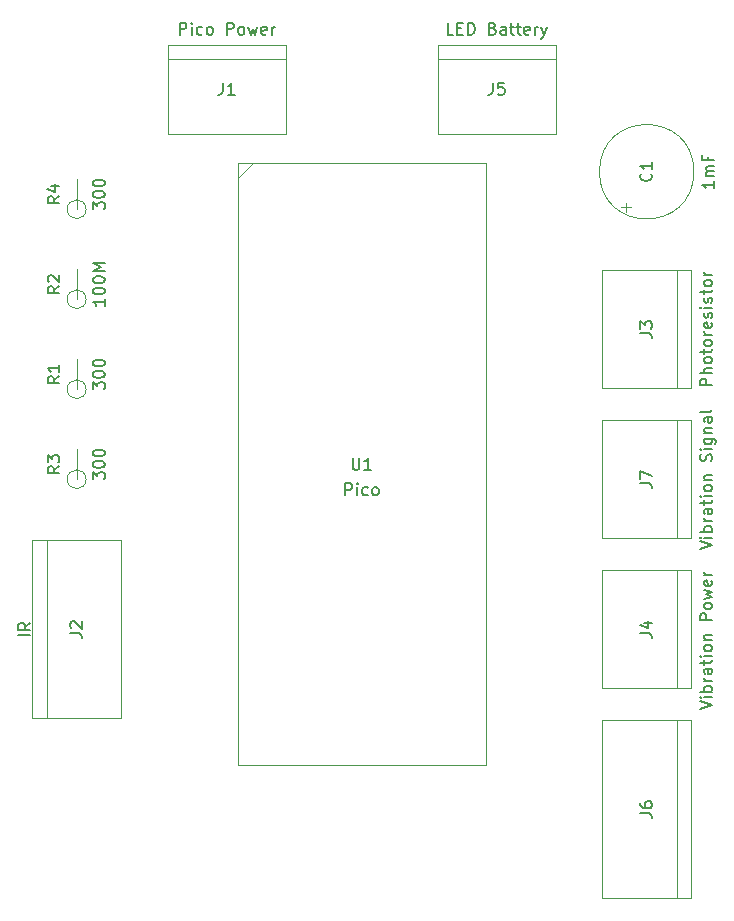
<source format=gbr>
%TF.GenerationSoftware,KiCad,Pcbnew,7.0.6-0*%
%TF.CreationDate,2023-12-23T18:42:55-05:00*%
%TF.ProjectId,Cornhole Wiring,436f726e-686f-46c6-9520-576972696e67,rev?*%
%TF.SameCoordinates,Original*%
%TF.FileFunction,AssemblyDrawing,Top*%
%FSLAX46Y46*%
G04 Gerber Fmt 4.6, Leading zero omitted, Abs format (unit mm)*
G04 Created by KiCad (PCBNEW 7.0.6-0) date 2023-12-23 18:42:55*
%MOMM*%
%LPD*%
G01*
G04 APERTURE LIST*
%ADD10C,0.150000*%
%ADD11C,0.100000*%
%ADD12C,0.120000*%
G04 APERTURE END LIST*
D10*
X113754819Y-114633333D02*
X114469104Y-114633333D01*
X114469104Y-114633333D02*
X114611961Y-114680952D01*
X114611961Y-114680952D02*
X114707200Y-114776190D01*
X114707200Y-114776190D02*
X114754819Y-114919047D01*
X114754819Y-114919047D02*
X114754819Y-115014285D01*
X113754819Y-113728571D02*
X113754819Y-113919047D01*
X113754819Y-113919047D02*
X113802438Y-114014285D01*
X113802438Y-114014285D02*
X113850057Y-114061904D01*
X113850057Y-114061904D02*
X113992914Y-114157142D01*
X113992914Y-114157142D02*
X114183390Y-114204761D01*
X114183390Y-114204761D02*
X114564342Y-114204761D01*
X114564342Y-114204761D02*
X114659580Y-114157142D01*
X114659580Y-114157142D02*
X114707200Y-114109523D01*
X114707200Y-114109523D02*
X114754819Y-114014285D01*
X114754819Y-114014285D02*
X114754819Y-113823809D01*
X114754819Y-113823809D02*
X114707200Y-113728571D01*
X114707200Y-113728571D02*
X114659580Y-113680952D01*
X114659580Y-113680952D02*
X114564342Y-113633333D01*
X114564342Y-113633333D02*
X114326247Y-113633333D01*
X114326247Y-113633333D02*
X114231009Y-113680952D01*
X114231009Y-113680952D02*
X114183390Y-113728571D01*
X114183390Y-113728571D02*
X114135771Y-113823809D01*
X114135771Y-113823809D02*
X114135771Y-114014285D01*
X114135771Y-114014285D02*
X114183390Y-114109523D01*
X114183390Y-114109523D02*
X114231009Y-114157142D01*
X114231009Y-114157142D02*
X114326247Y-114204761D01*
X74763809Y-48714819D02*
X74763809Y-47714819D01*
X74763809Y-47714819D02*
X75144761Y-47714819D01*
X75144761Y-47714819D02*
X75239999Y-47762438D01*
X75239999Y-47762438D02*
X75287618Y-47810057D01*
X75287618Y-47810057D02*
X75335237Y-47905295D01*
X75335237Y-47905295D02*
X75335237Y-48048152D01*
X75335237Y-48048152D02*
X75287618Y-48143390D01*
X75287618Y-48143390D02*
X75239999Y-48191009D01*
X75239999Y-48191009D02*
X75144761Y-48238628D01*
X75144761Y-48238628D02*
X74763809Y-48238628D01*
X75763809Y-48714819D02*
X75763809Y-48048152D01*
X75763809Y-47714819D02*
X75716190Y-47762438D01*
X75716190Y-47762438D02*
X75763809Y-47810057D01*
X75763809Y-47810057D02*
X75811428Y-47762438D01*
X75811428Y-47762438D02*
X75763809Y-47714819D01*
X75763809Y-47714819D02*
X75763809Y-47810057D01*
X76668570Y-48667200D02*
X76573332Y-48714819D01*
X76573332Y-48714819D02*
X76382856Y-48714819D01*
X76382856Y-48714819D02*
X76287618Y-48667200D01*
X76287618Y-48667200D02*
X76239999Y-48619580D01*
X76239999Y-48619580D02*
X76192380Y-48524342D01*
X76192380Y-48524342D02*
X76192380Y-48238628D01*
X76192380Y-48238628D02*
X76239999Y-48143390D01*
X76239999Y-48143390D02*
X76287618Y-48095771D01*
X76287618Y-48095771D02*
X76382856Y-48048152D01*
X76382856Y-48048152D02*
X76573332Y-48048152D01*
X76573332Y-48048152D02*
X76668570Y-48095771D01*
X77239999Y-48714819D02*
X77144761Y-48667200D01*
X77144761Y-48667200D02*
X77097142Y-48619580D01*
X77097142Y-48619580D02*
X77049523Y-48524342D01*
X77049523Y-48524342D02*
X77049523Y-48238628D01*
X77049523Y-48238628D02*
X77097142Y-48143390D01*
X77097142Y-48143390D02*
X77144761Y-48095771D01*
X77144761Y-48095771D02*
X77239999Y-48048152D01*
X77239999Y-48048152D02*
X77382856Y-48048152D01*
X77382856Y-48048152D02*
X77478094Y-48095771D01*
X77478094Y-48095771D02*
X77525713Y-48143390D01*
X77525713Y-48143390D02*
X77573332Y-48238628D01*
X77573332Y-48238628D02*
X77573332Y-48524342D01*
X77573332Y-48524342D02*
X77525713Y-48619580D01*
X77525713Y-48619580D02*
X77478094Y-48667200D01*
X77478094Y-48667200D02*
X77382856Y-48714819D01*
X77382856Y-48714819D02*
X77239999Y-48714819D01*
X78763809Y-48714819D02*
X78763809Y-47714819D01*
X78763809Y-47714819D02*
X79144761Y-47714819D01*
X79144761Y-47714819D02*
X79239999Y-47762438D01*
X79239999Y-47762438D02*
X79287618Y-47810057D01*
X79287618Y-47810057D02*
X79335237Y-47905295D01*
X79335237Y-47905295D02*
X79335237Y-48048152D01*
X79335237Y-48048152D02*
X79287618Y-48143390D01*
X79287618Y-48143390D02*
X79239999Y-48191009D01*
X79239999Y-48191009D02*
X79144761Y-48238628D01*
X79144761Y-48238628D02*
X78763809Y-48238628D01*
X79906666Y-48714819D02*
X79811428Y-48667200D01*
X79811428Y-48667200D02*
X79763809Y-48619580D01*
X79763809Y-48619580D02*
X79716190Y-48524342D01*
X79716190Y-48524342D02*
X79716190Y-48238628D01*
X79716190Y-48238628D02*
X79763809Y-48143390D01*
X79763809Y-48143390D02*
X79811428Y-48095771D01*
X79811428Y-48095771D02*
X79906666Y-48048152D01*
X79906666Y-48048152D02*
X80049523Y-48048152D01*
X80049523Y-48048152D02*
X80144761Y-48095771D01*
X80144761Y-48095771D02*
X80192380Y-48143390D01*
X80192380Y-48143390D02*
X80239999Y-48238628D01*
X80239999Y-48238628D02*
X80239999Y-48524342D01*
X80239999Y-48524342D02*
X80192380Y-48619580D01*
X80192380Y-48619580D02*
X80144761Y-48667200D01*
X80144761Y-48667200D02*
X80049523Y-48714819D01*
X80049523Y-48714819D02*
X79906666Y-48714819D01*
X80573333Y-48048152D02*
X80763809Y-48714819D01*
X80763809Y-48714819D02*
X80954285Y-48238628D01*
X80954285Y-48238628D02*
X81144761Y-48714819D01*
X81144761Y-48714819D02*
X81335237Y-48048152D01*
X82097142Y-48667200D02*
X82001904Y-48714819D01*
X82001904Y-48714819D02*
X81811428Y-48714819D01*
X81811428Y-48714819D02*
X81716190Y-48667200D01*
X81716190Y-48667200D02*
X81668571Y-48571961D01*
X81668571Y-48571961D02*
X81668571Y-48191009D01*
X81668571Y-48191009D02*
X81716190Y-48095771D01*
X81716190Y-48095771D02*
X81811428Y-48048152D01*
X81811428Y-48048152D02*
X82001904Y-48048152D01*
X82001904Y-48048152D02*
X82097142Y-48095771D01*
X82097142Y-48095771D02*
X82144761Y-48191009D01*
X82144761Y-48191009D02*
X82144761Y-48286247D01*
X82144761Y-48286247D02*
X81668571Y-48381485D01*
X82573333Y-48714819D02*
X82573333Y-48048152D01*
X82573333Y-48238628D02*
X82620952Y-48143390D01*
X82620952Y-48143390D02*
X82668571Y-48095771D01*
X82668571Y-48095771D02*
X82763809Y-48048152D01*
X82763809Y-48048152D02*
X82859047Y-48048152D01*
X78406666Y-52794819D02*
X78406666Y-53509104D01*
X78406666Y-53509104D02*
X78359047Y-53651961D01*
X78359047Y-53651961D02*
X78263809Y-53747200D01*
X78263809Y-53747200D02*
X78120952Y-53794819D01*
X78120952Y-53794819D02*
X78025714Y-53794819D01*
X79406666Y-53794819D02*
X78835238Y-53794819D01*
X79120952Y-53794819D02*
X79120952Y-52794819D01*
X79120952Y-52794819D02*
X79025714Y-52937676D01*
X79025714Y-52937676D02*
X78930476Y-53032914D01*
X78930476Y-53032914D02*
X78835238Y-53080533D01*
X88789048Y-87703819D02*
X88789048Y-86703819D01*
X88789048Y-86703819D02*
X89170000Y-86703819D01*
X89170000Y-86703819D02*
X89265238Y-86751438D01*
X89265238Y-86751438D02*
X89312857Y-86799057D01*
X89312857Y-86799057D02*
X89360476Y-86894295D01*
X89360476Y-86894295D02*
X89360476Y-87037152D01*
X89360476Y-87037152D02*
X89312857Y-87132390D01*
X89312857Y-87132390D02*
X89265238Y-87180009D01*
X89265238Y-87180009D02*
X89170000Y-87227628D01*
X89170000Y-87227628D02*
X88789048Y-87227628D01*
X89789048Y-87703819D02*
X89789048Y-87037152D01*
X89789048Y-86703819D02*
X89741429Y-86751438D01*
X89741429Y-86751438D02*
X89789048Y-86799057D01*
X89789048Y-86799057D02*
X89836667Y-86751438D01*
X89836667Y-86751438D02*
X89789048Y-86703819D01*
X89789048Y-86703819D02*
X89789048Y-86799057D01*
X90693809Y-87656200D02*
X90598571Y-87703819D01*
X90598571Y-87703819D02*
X90408095Y-87703819D01*
X90408095Y-87703819D02*
X90312857Y-87656200D01*
X90312857Y-87656200D02*
X90265238Y-87608580D01*
X90265238Y-87608580D02*
X90217619Y-87513342D01*
X90217619Y-87513342D02*
X90217619Y-87227628D01*
X90217619Y-87227628D02*
X90265238Y-87132390D01*
X90265238Y-87132390D02*
X90312857Y-87084771D01*
X90312857Y-87084771D02*
X90408095Y-87037152D01*
X90408095Y-87037152D02*
X90598571Y-87037152D01*
X90598571Y-87037152D02*
X90693809Y-87084771D01*
X91265238Y-87703819D02*
X91170000Y-87656200D01*
X91170000Y-87656200D02*
X91122381Y-87608580D01*
X91122381Y-87608580D02*
X91074762Y-87513342D01*
X91074762Y-87513342D02*
X91074762Y-87227628D01*
X91074762Y-87227628D02*
X91122381Y-87132390D01*
X91122381Y-87132390D02*
X91170000Y-87084771D01*
X91170000Y-87084771D02*
X91265238Y-87037152D01*
X91265238Y-87037152D02*
X91408095Y-87037152D01*
X91408095Y-87037152D02*
X91503333Y-87084771D01*
X91503333Y-87084771D02*
X91550952Y-87132390D01*
X91550952Y-87132390D02*
X91598571Y-87227628D01*
X91598571Y-87227628D02*
X91598571Y-87513342D01*
X91598571Y-87513342D02*
X91550952Y-87608580D01*
X91550952Y-87608580D02*
X91503333Y-87656200D01*
X91503333Y-87656200D02*
X91408095Y-87703819D01*
X91408095Y-87703819D02*
X91265238Y-87703819D01*
X89408095Y-84544819D02*
X89408095Y-85354342D01*
X89408095Y-85354342D02*
X89455714Y-85449580D01*
X89455714Y-85449580D02*
X89503333Y-85497200D01*
X89503333Y-85497200D02*
X89598571Y-85544819D01*
X89598571Y-85544819D02*
X89789047Y-85544819D01*
X89789047Y-85544819D02*
X89884285Y-85497200D01*
X89884285Y-85497200D02*
X89931904Y-85449580D01*
X89931904Y-85449580D02*
X89979523Y-85354342D01*
X89979523Y-85354342D02*
X89979523Y-84544819D01*
X90979523Y-85544819D02*
X90408095Y-85544819D01*
X90693809Y-85544819D02*
X90693809Y-84544819D01*
X90693809Y-84544819D02*
X90598571Y-84687676D01*
X90598571Y-84687676D02*
X90503333Y-84782914D01*
X90503333Y-84782914D02*
X90408095Y-84830533D01*
X67414819Y-63515713D02*
X67414819Y-62896666D01*
X67414819Y-62896666D02*
X67795771Y-63229999D01*
X67795771Y-63229999D02*
X67795771Y-63087142D01*
X67795771Y-63087142D02*
X67843390Y-62991904D01*
X67843390Y-62991904D02*
X67891009Y-62944285D01*
X67891009Y-62944285D02*
X67986247Y-62896666D01*
X67986247Y-62896666D02*
X68224342Y-62896666D01*
X68224342Y-62896666D02*
X68319580Y-62944285D01*
X68319580Y-62944285D02*
X68367200Y-62991904D01*
X68367200Y-62991904D02*
X68414819Y-63087142D01*
X68414819Y-63087142D02*
X68414819Y-63372856D01*
X68414819Y-63372856D02*
X68367200Y-63468094D01*
X68367200Y-63468094D02*
X68319580Y-63515713D01*
X67414819Y-62277618D02*
X67414819Y-62182380D01*
X67414819Y-62182380D02*
X67462438Y-62087142D01*
X67462438Y-62087142D02*
X67510057Y-62039523D01*
X67510057Y-62039523D02*
X67605295Y-61991904D01*
X67605295Y-61991904D02*
X67795771Y-61944285D01*
X67795771Y-61944285D02*
X68033866Y-61944285D01*
X68033866Y-61944285D02*
X68224342Y-61991904D01*
X68224342Y-61991904D02*
X68319580Y-62039523D01*
X68319580Y-62039523D02*
X68367200Y-62087142D01*
X68367200Y-62087142D02*
X68414819Y-62182380D01*
X68414819Y-62182380D02*
X68414819Y-62277618D01*
X68414819Y-62277618D02*
X68367200Y-62372856D01*
X68367200Y-62372856D02*
X68319580Y-62420475D01*
X68319580Y-62420475D02*
X68224342Y-62468094D01*
X68224342Y-62468094D02*
X68033866Y-62515713D01*
X68033866Y-62515713D02*
X67795771Y-62515713D01*
X67795771Y-62515713D02*
X67605295Y-62468094D01*
X67605295Y-62468094D02*
X67510057Y-62420475D01*
X67510057Y-62420475D02*
X67462438Y-62372856D01*
X67462438Y-62372856D02*
X67414819Y-62277618D01*
X67414819Y-61325237D02*
X67414819Y-61229999D01*
X67414819Y-61229999D02*
X67462438Y-61134761D01*
X67462438Y-61134761D02*
X67510057Y-61087142D01*
X67510057Y-61087142D02*
X67605295Y-61039523D01*
X67605295Y-61039523D02*
X67795771Y-60991904D01*
X67795771Y-60991904D02*
X68033866Y-60991904D01*
X68033866Y-60991904D02*
X68224342Y-61039523D01*
X68224342Y-61039523D02*
X68319580Y-61087142D01*
X68319580Y-61087142D02*
X68367200Y-61134761D01*
X68367200Y-61134761D02*
X68414819Y-61229999D01*
X68414819Y-61229999D02*
X68414819Y-61325237D01*
X68414819Y-61325237D02*
X68367200Y-61420475D01*
X68367200Y-61420475D02*
X68319580Y-61468094D01*
X68319580Y-61468094D02*
X68224342Y-61515713D01*
X68224342Y-61515713D02*
X68033866Y-61563332D01*
X68033866Y-61563332D02*
X67795771Y-61563332D01*
X67795771Y-61563332D02*
X67605295Y-61515713D01*
X67605295Y-61515713D02*
X67510057Y-61468094D01*
X67510057Y-61468094D02*
X67462438Y-61420475D01*
X67462438Y-61420475D02*
X67414819Y-61325237D01*
X64574819Y-62396666D02*
X64098628Y-62729999D01*
X64574819Y-62968094D02*
X63574819Y-62968094D01*
X63574819Y-62968094D02*
X63574819Y-62587142D01*
X63574819Y-62587142D02*
X63622438Y-62491904D01*
X63622438Y-62491904D02*
X63670057Y-62444285D01*
X63670057Y-62444285D02*
X63765295Y-62396666D01*
X63765295Y-62396666D02*
X63908152Y-62396666D01*
X63908152Y-62396666D02*
X64003390Y-62444285D01*
X64003390Y-62444285D02*
X64051009Y-62491904D01*
X64051009Y-62491904D02*
X64098628Y-62587142D01*
X64098628Y-62587142D02*
X64098628Y-62968094D01*
X63908152Y-61539523D02*
X64574819Y-61539523D01*
X63527200Y-61777618D02*
X64241485Y-62015713D01*
X64241485Y-62015713D02*
X64241485Y-61396666D01*
X67414819Y-86375713D02*
X67414819Y-85756666D01*
X67414819Y-85756666D02*
X67795771Y-86089999D01*
X67795771Y-86089999D02*
X67795771Y-85947142D01*
X67795771Y-85947142D02*
X67843390Y-85851904D01*
X67843390Y-85851904D02*
X67891009Y-85804285D01*
X67891009Y-85804285D02*
X67986247Y-85756666D01*
X67986247Y-85756666D02*
X68224342Y-85756666D01*
X68224342Y-85756666D02*
X68319580Y-85804285D01*
X68319580Y-85804285D02*
X68367200Y-85851904D01*
X68367200Y-85851904D02*
X68414819Y-85947142D01*
X68414819Y-85947142D02*
X68414819Y-86232856D01*
X68414819Y-86232856D02*
X68367200Y-86328094D01*
X68367200Y-86328094D02*
X68319580Y-86375713D01*
X67414819Y-85137618D02*
X67414819Y-85042380D01*
X67414819Y-85042380D02*
X67462438Y-84947142D01*
X67462438Y-84947142D02*
X67510057Y-84899523D01*
X67510057Y-84899523D02*
X67605295Y-84851904D01*
X67605295Y-84851904D02*
X67795771Y-84804285D01*
X67795771Y-84804285D02*
X68033866Y-84804285D01*
X68033866Y-84804285D02*
X68224342Y-84851904D01*
X68224342Y-84851904D02*
X68319580Y-84899523D01*
X68319580Y-84899523D02*
X68367200Y-84947142D01*
X68367200Y-84947142D02*
X68414819Y-85042380D01*
X68414819Y-85042380D02*
X68414819Y-85137618D01*
X68414819Y-85137618D02*
X68367200Y-85232856D01*
X68367200Y-85232856D02*
X68319580Y-85280475D01*
X68319580Y-85280475D02*
X68224342Y-85328094D01*
X68224342Y-85328094D02*
X68033866Y-85375713D01*
X68033866Y-85375713D02*
X67795771Y-85375713D01*
X67795771Y-85375713D02*
X67605295Y-85328094D01*
X67605295Y-85328094D02*
X67510057Y-85280475D01*
X67510057Y-85280475D02*
X67462438Y-85232856D01*
X67462438Y-85232856D02*
X67414819Y-85137618D01*
X67414819Y-84185237D02*
X67414819Y-84089999D01*
X67414819Y-84089999D02*
X67462438Y-83994761D01*
X67462438Y-83994761D02*
X67510057Y-83947142D01*
X67510057Y-83947142D02*
X67605295Y-83899523D01*
X67605295Y-83899523D02*
X67795771Y-83851904D01*
X67795771Y-83851904D02*
X68033866Y-83851904D01*
X68033866Y-83851904D02*
X68224342Y-83899523D01*
X68224342Y-83899523D02*
X68319580Y-83947142D01*
X68319580Y-83947142D02*
X68367200Y-83994761D01*
X68367200Y-83994761D02*
X68414819Y-84089999D01*
X68414819Y-84089999D02*
X68414819Y-84185237D01*
X68414819Y-84185237D02*
X68367200Y-84280475D01*
X68367200Y-84280475D02*
X68319580Y-84328094D01*
X68319580Y-84328094D02*
X68224342Y-84375713D01*
X68224342Y-84375713D02*
X68033866Y-84423332D01*
X68033866Y-84423332D02*
X67795771Y-84423332D01*
X67795771Y-84423332D02*
X67605295Y-84375713D01*
X67605295Y-84375713D02*
X67510057Y-84328094D01*
X67510057Y-84328094D02*
X67462438Y-84280475D01*
X67462438Y-84280475D02*
X67414819Y-84185237D01*
X64574819Y-85256666D02*
X64098628Y-85589999D01*
X64574819Y-85828094D02*
X63574819Y-85828094D01*
X63574819Y-85828094D02*
X63574819Y-85447142D01*
X63574819Y-85447142D02*
X63622438Y-85351904D01*
X63622438Y-85351904D02*
X63670057Y-85304285D01*
X63670057Y-85304285D02*
X63765295Y-85256666D01*
X63765295Y-85256666D02*
X63908152Y-85256666D01*
X63908152Y-85256666D02*
X64003390Y-85304285D01*
X64003390Y-85304285D02*
X64051009Y-85351904D01*
X64051009Y-85351904D02*
X64098628Y-85447142D01*
X64098628Y-85447142D02*
X64098628Y-85828094D01*
X63574819Y-84923332D02*
X63574819Y-84304285D01*
X63574819Y-84304285D02*
X63955771Y-84637618D01*
X63955771Y-84637618D02*
X63955771Y-84494761D01*
X63955771Y-84494761D02*
X64003390Y-84399523D01*
X64003390Y-84399523D02*
X64051009Y-84351904D01*
X64051009Y-84351904D02*
X64146247Y-84304285D01*
X64146247Y-84304285D02*
X64384342Y-84304285D01*
X64384342Y-84304285D02*
X64479580Y-84351904D01*
X64479580Y-84351904D02*
X64527200Y-84399523D01*
X64527200Y-84399523D02*
X64574819Y-84494761D01*
X64574819Y-84494761D02*
X64574819Y-84780475D01*
X64574819Y-84780475D02*
X64527200Y-84875713D01*
X64527200Y-84875713D02*
X64479580Y-84923332D01*
X68414819Y-71088095D02*
X68414819Y-71659523D01*
X68414819Y-71373809D02*
X67414819Y-71373809D01*
X67414819Y-71373809D02*
X67557676Y-71469047D01*
X67557676Y-71469047D02*
X67652914Y-71564285D01*
X67652914Y-71564285D02*
X67700533Y-71659523D01*
X67414819Y-70469047D02*
X67414819Y-70373809D01*
X67414819Y-70373809D02*
X67462438Y-70278571D01*
X67462438Y-70278571D02*
X67510057Y-70230952D01*
X67510057Y-70230952D02*
X67605295Y-70183333D01*
X67605295Y-70183333D02*
X67795771Y-70135714D01*
X67795771Y-70135714D02*
X68033866Y-70135714D01*
X68033866Y-70135714D02*
X68224342Y-70183333D01*
X68224342Y-70183333D02*
X68319580Y-70230952D01*
X68319580Y-70230952D02*
X68367200Y-70278571D01*
X68367200Y-70278571D02*
X68414819Y-70373809D01*
X68414819Y-70373809D02*
X68414819Y-70469047D01*
X68414819Y-70469047D02*
X68367200Y-70564285D01*
X68367200Y-70564285D02*
X68319580Y-70611904D01*
X68319580Y-70611904D02*
X68224342Y-70659523D01*
X68224342Y-70659523D02*
X68033866Y-70707142D01*
X68033866Y-70707142D02*
X67795771Y-70707142D01*
X67795771Y-70707142D02*
X67605295Y-70659523D01*
X67605295Y-70659523D02*
X67510057Y-70611904D01*
X67510057Y-70611904D02*
X67462438Y-70564285D01*
X67462438Y-70564285D02*
X67414819Y-70469047D01*
X67414819Y-69516666D02*
X67414819Y-69421428D01*
X67414819Y-69421428D02*
X67462438Y-69326190D01*
X67462438Y-69326190D02*
X67510057Y-69278571D01*
X67510057Y-69278571D02*
X67605295Y-69230952D01*
X67605295Y-69230952D02*
X67795771Y-69183333D01*
X67795771Y-69183333D02*
X68033866Y-69183333D01*
X68033866Y-69183333D02*
X68224342Y-69230952D01*
X68224342Y-69230952D02*
X68319580Y-69278571D01*
X68319580Y-69278571D02*
X68367200Y-69326190D01*
X68367200Y-69326190D02*
X68414819Y-69421428D01*
X68414819Y-69421428D02*
X68414819Y-69516666D01*
X68414819Y-69516666D02*
X68367200Y-69611904D01*
X68367200Y-69611904D02*
X68319580Y-69659523D01*
X68319580Y-69659523D02*
X68224342Y-69707142D01*
X68224342Y-69707142D02*
X68033866Y-69754761D01*
X68033866Y-69754761D02*
X67795771Y-69754761D01*
X67795771Y-69754761D02*
X67605295Y-69707142D01*
X67605295Y-69707142D02*
X67510057Y-69659523D01*
X67510057Y-69659523D02*
X67462438Y-69611904D01*
X67462438Y-69611904D02*
X67414819Y-69516666D01*
X68414819Y-68754761D02*
X67414819Y-68754761D01*
X67414819Y-68754761D02*
X68129104Y-68421428D01*
X68129104Y-68421428D02*
X67414819Y-68088095D01*
X67414819Y-68088095D02*
X68414819Y-68088095D01*
X64574819Y-70016666D02*
X64098628Y-70349999D01*
X64574819Y-70588094D02*
X63574819Y-70588094D01*
X63574819Y-70588094D02*
X63574819Y-70207142D01*
X63574819Y-70207142D02*
X63622438Y-70111904D01*
X63622438Y-70111904D02*
X63670057Y-70064285D01*
X63670057Y-70064285D02*
X63765295Y-70016666D01*
X63765295Y-70016666D02*
X63908152Y-70016666D01*
X63908152Y-70016666D02*
X64003390Y-70064285D01*
X64003390Y-70064285D02*
X64051009Y-70111904D01*
X64051009Y-70111904D02*
X64098628Y-70207142D01*
X64098628Y-70207142D02*
X64098628Y-70588094D01*
X63670057Y-69635713D02*
X63622438Y-69588094D01*
X63622438Y-69588094D02*
X63574819Y-69492856D01*
X63574819Y-69492856D02*
X63574819Y-69254761D01*
X63574819Y-69254761D02*
X63622438Y-69159523D01*
X63622438Y-69159523D02*
X63670057Y-69111904D01*
X63670057Y-69111904D02*
X63765295Y-69064285D01*
X63765295Y-69064285D02*
X63860533Y-69064285D01*
X63860533Y-69064285D02*
X64003390Y-69111904D01*
X64003390Y-69111904D02*
X64574819Y-69683332D01*
X64574819Y-69683332D02*
X64574819Y-69064285D01*
X67414819Y-78755713D02*
X67414819Y-78136666D01*
X67414819Y-78136666D02*
X67795771Y-78469999D01*
X67795771Y-78469999D02*
X67795771Y-78327142D01*
X67795771Y-78327142D02*
X67843390Y-78231904D01*
X67843390Y-78231904D02*
X67891009Y-78184285D01*
X67891009Y-78184285D02*
X67986247Y-78136666D01*
X67986247Y-78136666D02*
X68224342Y-78136666D01*
X68224342Y-78136666D02*
X68319580Y-78184285D01*
X68319580Y-78184285D02*
X68367200Y-78231904D01*
X68367200Y-78231904D02*
X68414819Y-78327142D01*
X68414819Y-78327142D02*
X68414819Y-78612856D01*
X68414819Y-78612856D02*
X68367200Y-78708094D01*
X68367200Y-78708094D02*
X68319580Y-78755713D01*
X67414819Y-77517618D02*
X67414819Y-77422380D01*
X67414819Y-77422380D02*
X67462438Y-77327142D01*
X67462438Y-77327142D02*
X67510057Y-77279523D01*
X67510057Y-77279523D02*
X67605295Y-77231904D01*
X67605295Y-77231904D02*
X67795771Y-77184285D01*
X67795771Y-77184285D02*
X68033866Y-77184285D01*
X68033866Y-77184285D02*
X68224342Y-77231904D01*
X68224342Y-77231904D02*
X68319580Y-77279523D01*
X68319580Y-77279523D02*
X68367200Y-77327142D01*
X68367200Y-77327142D02*
X68414819Y-77422380D01*
X68414819Y-77422380D02*
X68414819Y-77517618D01*
X68414819Y-77517618D02*
X68367200Y-77612856D01*
X68367200Y-77612856D02*
X68319580Y-77660475D01*
X68319580Y-77660475D02*
X68224342Y-77708094D01*
X68224342Y-77708094D02*
X68033866Y-77755713D01*
X68033866Y-77755713D02*
X67795771Y-77755713D01*
X67795771Y-77755713D02*
X67605295Y-77708094D01*
X67605295Y-77708094D02*
X67510057Y-77660475D01*
X67510057Y-77660475D02*
X67462438Y-77612856D01*
X67462438Y-77612856D02*
X67414819Y-77517618D01*
X67414819Y-76565237D02*
X67414819Y-76469999D01*
X67414819Y-76469999D02*
X67462438Y-76374761D01*
X67462438Y-76374761D02*
X67510057Y-76327142D01*
X67510057Y-76327142D02*
X67605295Y-76279523D01*
X67605295Y-76279523D02*
X67795771Y-76231904D01*
X67795771Y-76231904D02*
X68033866Y-76231904D01*
X68033866Y-76231904D02*
X68224342Y-76279523D01*
X68224342Y-76279523D02*
X68319580Y-76327142D01*
X68319580Y-76327142D02*
X68367200Y-76374761D01*
X68367200Y-76374761D02*
X68414819Y-76469999D01*
X68414819Y-76469999D02*
X68414819Y-76565237D01*
X68414819Y-76565237D02*
X68367200Y-76660475D01*
X68367200Y-76660475D02*
X68319580Y-76708094D01*
X68319580Y-76708094D02*
X68224342Y-76755713D01*
X68224342Y-76755713D02*
X68033866Y-76803332D01*
X68033866Y-76803332D02*
X67795771Y-76803332D01*
X67795771Y-76803332D02*
X67605295Y-76755713D01*
X67605295Y-76755713D02*
X67510057Y-76708094D01*
X67510057Y-76708094D02*
X67462438Y-76660475D01*
X67462438Y-76660475D02*
X67414819Y-76565237D01*
X64574819Y-77636666D02*
X64098628Y-77969999D01*
X64574819Y-78208094D02*
X63574819Y-78208094D01*
X63574819Y-78208094D02*
X63574819Y-77827142D01*
X63574819Y-77827142D02*
X63622438Y-77731904D01*
X63622438Y-77731904D02*
X63670057Y-77684285D01*
X63670057Y-77684285D02*
X63765295Y-77636666D01*
X63765295Y-77636666D02*
X63908152Y-77636666D01*
X63908152Y-77636666D02*
X64003390Y-77684285D01*
X64003390Y-77684285D02*
X64051009Y-77731904D01*
X64051009Y-77731904D02*
X64098628Y-77827142D01*
X64098628Y-77827142D02*
X64098628Y-78208094D01*
X64574819Y-76684285D02*
X64574819Y-77255713D01*
X64574819Y-76969999D02*
X63574819Y-76969999D01*
X63574819Y-76969999D02*
X63717676Y-77065237D01*
X63717676Y-77065237D02*
X63812914Y-77160475D01*
X63812914Y-77160475D02*
X63860533Y-77255713D01*
X118834819Y-92288571D02*
X119834819Y-91955238D01*
X119834819Y-91955238D02*
X118834819Y-91621905D01*
X119834819Y-91288571D02*
X119168152Y-91288571D01*
X118834819Y-91288571D02*
X118882438Y-91336190D01*
X118882438Y-91336190D02*
X118930057Y-91288571D01*
X118930057Y-91288571D02*
X118882438Y-91240952D01*
X118882438Y-91240952D02*
X118834819Y-91288571D01*
X118834819Y-91288571D02*
X118930057Y-91288571D01*
X119834819Y-90812381D02*
X118834819Y-90812381D01*
X119215771Y-90812381D02*
X119168152Y-90717143D01*
X119168152Y-90717143D02*
X119168152Y-90526667D01*
X119168152Y-90526667D02*
X119215771Y-90431429D01*
X119215771Y-90431429D02*
X119263390Y-90383810D01*
X119263390Y-90383810D02*
X119358628Y-90336191D01*
X119358628Y-90336191D02*
X119644342Y-90336191D01*
X119644342Y-90336191D02*
X119739580Y-90383810D01*
X119739580Y-90383810D02*
X119787200Y-90431429D01*
X119787200Y-90431429D02*
X119834819Y-90526667D01*
X119834819Y-90526667D02*
X119834819Y-90717143D01*
X119834819Y-90717143D02*
X119787200Y-90812381D01*
X119834819Y-89907619D02*
X119168152Y-89907619D01*
X119358628Y-89907619D02*
X119263390Y-89860000D01*
X119263390Y-89860000D02*
X119215771Y-89812381D01*
X119215771Y-89812381D02*
X119168152Y-89717143D01*
X119168152Y-89717143D02*
X119168152Y-89621905D01*
X119834819Y-88860000D02*
X119311009Y-88860000D01*
X119311009Y-88860000D02*
X119215771Y-88907619D01*
X119215771Y-88907619D02*
X119168152Y-89002857D01*
X119168152Y-89002857D02*
X119168152Y-89193333D01*
X119168152Y-89193333D02*
X119215771Y-89288571D01*
X119787200Y-88860000D02*
X119834819Y-88955238D01*
X119834819Y-88955238D02*
X119834819Y-89193333D01*
X119834819Y-89193333D02*
X119787200Y-89288571D01*
X119787200Y-89288571D02*
X119691961Y-89336190D01*
X119691961Y-89336190D02*
X119596723Y-89336190D01*
X119596723Y-89336190D02*
X119501485Y-89288571D01*
X119501485Y-89288571D02*
X119453866Y-89193333D01*
X119453866Y-89193333D02*
X119453866Y-88955238D01*
X119453866Y-88955238D02*
X119406247Y-88860000D01*
X119168152Y-88526666D02*
X119168152Y-88145714D01*
X118834819Y-88383809D02*
X119691961Y-88383809D01*
X119691961Y-88383809D02*
X119787200Y-88336190D01*
X119787200Y-88336190D02*
X119834819Y-88240952D01*
X119834819Y-88240952D02*
X119834819Y-88145714D01*
X119834819Y-87812380D02*
X119168152Y-87812380D01*
X118834819Y-87812380D02*
X118882438Y-87859999D01*
X118882438Y-87859999D02*
X118930057Y-87812380D01*
X118930057Y-87812380D02*
X118882438Y-87764761D01*
X118882438Y-87764761D02*
X118834819Y-87812380D01*
X118834819Y-87812380D02*
X118930057Y-87812380D01*
X119834819Y-87193333D02*
X119787200Y-87288571D01*
X119787200Y-87288571D02*
X119739580Y-87336190D01*
X119739580Y-87336190D02*
X119644342Y-87383809D01*
X119644342Y-87383809D02*
X119358628Y-87383809D01*
X119358628Y-87383809D02*
X119263390Y-87336190D01*
X119263390Y-87336190D02*
X119215771Y-87288571D01*
X119215771Y-87288571D02*
X119168152Y-87193333D01*
X119168152Y-87193333D02*
X119168152Y-87050476D01*
X119168152Y-87050476D02*
X119215771Y-86955238D01*
X119215771Y-86955238D02*
X119263390Y-86907619D01*
X119263390Y-86907619D02*
X119358628Y-86860000D01*
X119358628Y-86860000D02*
X119644342Y-86860000D01*
X119644342Y-86860000D02*
X119739580Y-86907619D01*
X119739580Y-86907619D02*
X119787200Y-86955238D01*
X119787200Y-86955238D02*
X119834819Y-87050476D01*
X119834819Y-87050476D02*
X119834819Y-87193333D01*
X119168152Y-86431428D02*
X119834819Y-86431428D01*
X119263390Y-86431428D02*
X119215771Y-86383809D01*
X119215771Y-86383809D02*
X119168152Y-86288571D01*
X119168152Y-86288571D02*
X119168152Y-86145714D01*
X119168152Y-86145714D02*
X119215771Y-86050476D01*
X119215771Y-86050476D02*
X119311009Y-86002857D01*
X119311009Y-86002857D02*
X119834819Y-86002857D01*
X119787200Y-84812380D02*
X119834819Y-84669523D01*
X119834819Y-84669523D02*
X119834819Y-84431428D01*
X119834819Y-84431428D02*
X119787200Y-84336190D01*
X119787200Y-84336190D02*
X119739580Y-84288571D01*
X119739580Y-84288571D02*
X119644342Y-84240952D01*
X119644342Y-84240952D02*
X119549104Y-84240952D01*
X119549104Y-84240952D02*
X119453866Y-84288571D01*
X119453866Y-84288571D02*
X119406247Y-84336190D01*
X119406247Y-84336190D02*
X119358628Y-84431428D01*
X119358628Y-84431428D02*
X119311009Y-84621904D01*
X119311009Y-84621904D02*
X119263390Y-84717142D01*
X119263390Y-84717142D02*
X119215771Y-84764761D01*
X119215771Y-84764761D02*
X119120533Y-84812380D01*
X119120533Y-84812380D02*
X119025295Y-84812380D01*
X119025295Y-84812380D02*
X118930057Y-84764761D01*
X118930057Y-84764761D02*
X118882438Y-84717142D01*
X118882438Y-84717142D02*
X118834819Y-84621904D01*
X118834819Y-84621904D02*
X118834819Y-84383809D01*
X118834819Y-84383809D02*
X118882438Y-84240952D01*
X119834819Y-83812380D02*
X119168152Y-83812380D01*
X118834819Y-83812380D02*
X118882438Y-83859999D01*
X118882438Y-83859999D02*
X118930057Y-83812380D01*
X118930057Y-83812380D02*
X118882438Y-83764761D01*
X118882438Y-83764761D02*
X118834819Y-83812380D01*
X118834819Y-83812380D02*
X118930057Y-83812380D01*
X119168152Y-82907619D02*
X119977676Y-82907619D01*
X119977676Y-82907619D02*
X120072914Y-82955238D01*
X120072914Y-82955238D02*
X120120533Y-83002857D01*
X120120533Y-83002857D02*
X120168152Y-83098095D01*
X120168152Y-83098095D02*
X120168152Y-83240952D01*
X120168152Y-83240952D02*
X120120533Y-83336190D01*
X119787200Y-82907619D02*
X119834819Y-83002857D01*
X119834819Y-83002857D02*
X119834819Y-83193333D01*
X119834819Y-83193333D02*
X119787200Y-83288571D01*
X119787200Y-83288571D02*
X119739580Y-83336190D01*
X119739580Y-83336190D02*
X119644342Y-83383809D01*
X119644342Y-83383809D02*
X119358628Y-83383809D01*
X119358628Y-83383809D02*
X119263390Y-83336190D01*
X119263390Y-83336190D02*
X119215771Y-83288571D01*
X119215771Y-83288571D02*
X119168152Y-83193333D01*
X119168152Y-83193333D02*
X119168152Y-83002857D01*
X119168152Y-83002857D02*
X119215771Y-82907619D01*
X119168152Y-82431428D02*
X119834819Y-82431428D01*
X119263390Y-82431428D02*
X119215771Y-82383809D01*
X119215771Y-82383809D02*
X119168152Y-82288571D01*
X119168152Y-82288571D02*
X119168152Y-82145714D01*
X119168152Y-82145714D02*
X119215771Y-82050476D01*
X119215771Y-82050476D02*
X119311009Y-82002857D01*
X119311009Y-82002857D02*
X119834819Y-82002857D01*
X119834819Y-81098095D02*
X119311009Y-81098095D01*
X119311009Y-81098095D02*
X119215771Y-81145714D01*
X119215771Y-81145714D02*
X119168152Y-81240952D01*
X119168152Y-81240952D02*
X119168152Y-81431428D01*
X119168152Y-81431428D02*
X119215771Y-81526666D01*
X119787200Y-81098095D02*
X119834819Y-81193333D01*
X119834819Y-81193333D02*
X119834819Y-81431428D01*
X119834819Y-81431428D02*
X119787200Y-81526666D01*
X119787200Y-81526666D02*
X119691961Y-81574285D01*
X119691961Y-81574285D02*
X119596723Y-81574285D01*
X119596723Y-81574285D02*
X119501485Y-81526666D01*
X119501485Y-81526666D02*
X119453866Y-81431428D01*
X119453866Y-81431428D02*
X119453866Y-81193333D01*
X119453866Y-81193333D02*
X119406247Y-81098095D01*
X119834819Y-80479047D02*
X119787200Y-80574285D01*
X119787200Y-80574285D02*
X119691961Y-80621904D01*
X119691961Y-80621904D02*
X118834819Y-80621904D01*
X113754819Y-86693333D02*
X114469104Y-86693333D01*
X114469104Y-86693333D02*
X114611961Y-86740952D01*
X114611961Y-86740952D02*
X114707200Y-86836190D01*
X114707200Y-86836190D02*
X114754819Y-86979047D01*
X114754819Y-86979047D02*
X114754819Y-87074285D01*
X113754819Y-86312380D02*
X113754819Y-85645714D01*
X113754819Y-85645714D02*
X114754819Y-86074285D01*
X97933332Y-48714819D02*
X97457142Y-48714819D01*
X97457142Y-48714819D02*
X97457142Y-47714819D01*
X98266666Y-48191009D02*
X98599999Y-48191009D01*
X98742856Y-48714819D02*
X98266666Y-48714819D01*
X98266666Y-48714819D02*
X98266666Y-47714819D01*
X98266666Y-47714819D02*
X98742856Y-47714819D01*
X99171428Y-48714819D02*
X99171428Y-47714819D01*
X99171428Y-47714819D02*
X99409523Y-47714819D01*
X99409523Y-47714819D02*
X99552380Y-47762438D01*
X99552380Y-47762438D02*
X99647618Y-47857676D01*
X99647618Y-47857676D02*
X99695237Y-47952914D01*
X99695237Y-47952914D02*
X99742856Y-48143390D01*
X99742856Y-48143390D02*
X99742856Y-48286247D01*
X99742856Y-48286247D02*
X99695237Y-48476723D01*
X99695237Y-48476723D02*
X99647618Y-48571961D01*
X99647618Y-48571961D02*
X99552380Y-48667200D01*
X99552380Y-48667200D02*
X99409523Y-48714819D01*
X99409523Y-48714819D02*
X99171428Y-48714819D01*
X101266666Y-48191009D02*
X101409523Y-48238628D01*
X101409523Y-48238628D02*
X101457142Y-48286247D01*
X101457142Y-48286247D02*
X101504761Y-48381485D01*
X101504761Y-48381485D02*
X101504761Y-48524342D01*
X101504761Y-48524342D02*
X101457142Y-48619580D01*
X101457142Y-48619580D02*
X101409523Y-48667200D01*
X101409523Y-48667200D02*
X101314285Y-48714819D01*
X101314285Y-48714819D02*
X100933333Y-48714819D01*
X100933333Y-48714819D02*
X100933333Y-47714819D01*
X100933333Y-47714819D02*
X101266666Y-47714819D01*
X101266666Y-47714819D02*
X101361904Y-47762438D01*
X101361904Y-47762438D02*
X101409523Y-47810057D01*
X101409523Y-47810057D02*
X101457142Y-47905295D01*
X101457142Y-47905295D02*
X101457142Y-48000533D01*
X101457142Y-48000533D02*
X101409523Y-48095771D01*
X101409523Y-48095771D02*
X101361904Y-48143390D01*
X101361904Y-48143390D02*
X101266666Y-48191009D01*
X101266666Y-48191009D02*
X100933333Y-48191009D01*
X102361904Y-48714819D02*
X102361904Y-48191009D01*
X102361904Y-48191009D02*
X102314285Y-48095771D01*
X102314285Y-48095771D02*
X102219047Y-48048152D01*
X102219047Y-48048152D02*
X102028571Y-48048152D01*
X102028571Y-48048152D02*
X101933333Y-48095771D01*
X102361904Y-48667200D02*
X102266666Y-48714819D01*
X102266666Y-48714819D02*
X102028571Y-48714819D01*
X102028571Y-48714819D02*
X101933333Y-48667200D01*
X101933333Y-48667200D02*
X101885714Y-48571961D01*
X101885714Y-48571961D02*
X101885714Y-48476723D01*
X101885714Y-48476723D02*
X101933333Y-48381485D01*
X101933333Y-48381485D02*
X102028571Y-48333866D01*
X102028571Y-48333866D02*
X102266666Y-48333866D01*
X102266666Y-48333866D02*
X102361904Y-48286247D01*
X102695238Y-48048152D02*
X103076190Y-48048152D01*
X102838095Y-47714819D02*
X102838095Y-48571961D01*
X102838095Y-48571961D02*
X102885714Y-48667200D01*
X102885714Y-48667200D02*
X102980952Y-48714819D01*
X102980952Y-48714819D02*
X103076190Y-48714819D01*
X103266667Y-48048152D02*
X103647619Y-48048152D01*
X103409524Y-47714819D02*
X103409524Y-48571961D01*
X103409524Y-48571961D02*
X103457143Y-48667200D01*
X103457143Y-48667200D02*
X103552381Y-48714819D01*
X103552381Y-48714819D02*
X103647619Y-48714819D01*
X104361905Y-48667200D02*
X104266667Y-48714819D01*
X104266667Y-48714819D02*
X104076191Y-48714819D01*
X104076191Y-48714819D02*
X103980953Y-48667200D01*
X103980953Y-48667200D02*
X103933334Y-48571961D01*
X103933334Y-48571961D02*
X103933334Y-48191009D01*
X103933334Y-48191009D02*
X103980953Y-48095771D01*
X103980953Y-48095771D02*
X104076191Y-48048152D01*
X104076191Y-48048152D02*
X104266667Y-48048152D01*
X104266667Y-48048152D02*
X104361905Y-48095771D01*
X104361905Y-48095771D02*
X104409524Y-48191009D01*
X104409524Y-48191009D02*
X104409524Y-48286247D01*
X104409524Y-48286247D02*
X103933334Y-48381485D01*
X104838096Y-48714819D02*
X104838096Y-48048152D01*
X104838096Y-48238628D02*
X104885715Y-48143390D01*
X104885715Y-48143390D02*
X104933334Y-48095771D01*
X104933334Y-48095771D02*
X105028572Y-48048152D01*
X105028572Y-48048152D02*
X105123810Y-48048152D01*
X105361906Y-48048152D02*
X105600001Y-48714819D01*
X105838096Y-48048152D02*
X105600001Y-48714819D01*
X105600001Y-48714819D02*
X105504763Y-48952914D01*
X105504763Y-48952914D02*
X105457144Y-49000533D01*
X105457144Y-49000533D02*
X105361906Y-49048152D01*
X101266666Y-52794819D02*
X101266666Y-53509104D01*
X101266666Y-53509104D02*
X101219047Y-53651961D01*
X101219047Y-53651961D02*
X101123809Y-53747200D01*
X101123809Y-53747200D02*
X100980952Y-53794819D01*
X100980952Y-53794819D02*
X100885714Y-53794819D01*
X102219047Y-52794819D02*
X101742857Y-52794819D01*
X101742857Y-52794819D02*
X101695238Y-53271009D01*
X101695238Y-53271009D02*
X101742857Y-53223390D01*
X101742857Y-53223390D02*
X101838095Y-53175771D01*
X101838095Y-53175771D02*
X102076190Y-53175771D01*
X102076190Y-53175771D02*
X102171428Y-53223390D01*
X102171428Y-53223390D02*
X102219047Y-53271009D01*
X102219047Y-53271009D02*
X102266666Y-53366247D01*
X102266666Y-53366247D02*
X102266666Y-53604342D01*
X102266666Y-53604342D02*
X102219047Y-53699580D01*
X102219047Y-53699580D02*
X102171428Y-53747200D01*
X102171428Y-53747200D02*
X102076190Y-53794819D01*
X102076190Y-53794819D02*
X101838095Y-53794819D01*
X101838095Y-53794819D02*
X101742857Y-53747200D01*
X101742857Y-53747200D02*
X101695238Y-53699580D01*
X118834819Y-105809523D02*
X119834819Y-105476190D01*
X119834819Y-105476190D02*
X118834819Y-105142857D01*
X119834819Y-104809523D02*
X119168152Y-104809523D01*
X118834819Y-104809523D02*
X118882438Y-104857142D01*
X118882438Y-104857142D02*
X118930057Y-104809523D01*
X118930057Y-104809523D02*
X118882438Y-104761904D01*
X118882438Y-104761904D02*
X118834819Y-104809523D01*
X118834819Y-104809523D02*
X118930057Y-104809523D01*
X119834819Y-104333333D02*
X118834819Y-104333333D01*
X119215771Y-104333333D02*
X119168152Y-104238095D01*
X119168152Y-104238095D02*
X119168152Y-104047619D01*
X119168152Y-104047619D02*
X119215771Y-103952381D01*
X119215771Y-103952381D02*
X119263390Y-103904762D01*
X119263390Y-103904762D02*
X119358628Y-103857143D01*
X119358628Y-103857143D02*
X119644342Y-103857143D01*
X119644342Y-103857143D02*
X119739580Y-103904762D01*
X119739580Y-103904762D02*
X119787200Y-103952381D01*
X119787200Y-103952381D02*
X119834819Y-104047619D01*
X119834819Y-104047619D02*
X119834819Y-104238095D01*
X119834819Y-104238095D02*
X119787200Y-104333333D01*
X119834819Y-103428571D02*
X119168152Y-103428571D01*
X119358628Y-103428571D02*
X119263390Y-103380952D01*
X119263390Y-103380952D02*
X119215771Y-103333333D01*
X119215771Y-103333333D02*
X119168152Y-103238095D01*
X119168152Y-103238095D02*
X119168152Y-103142857D01*
X119834819Y-102380952D02*
X119311009Y-102380952D01*
X119311009Y-102380952D02*
X119215771Y-102428571D01*
X119215771Y-102428571D02*
X119168152Y-102523809D01*
X119168152Y-102523809D02*
X119168152Y-102714285D01*
X119168152Y-102714285D02*
X119215771Y-102809523D01*
X119787200Y-102380952D02*
X119834819Y-102476190D01*
X119834819Y-102476190D02*
X119834819Y-102714285D01*
X119834819Y-102714285D02*
X119787200Y-102809523D01*
X119787200Y-102809523D02*
X119691961Y-102857142D01*
X119691961Y-102857142D02*
X119596723Y-102857142D01*
X119596723Y-102857142D02*
X119501485Y-102809523D01*
X119501485Y-102809523D02*
X119453866Y-102714285D01*
X119453866Y-102714285D02*
X119453866Y-102476190D01*
X119453866Y-102476190D02*
X119406247Y-102380952D01*
X119168152Y-102047618D02*
X119168152Y-101666666D01*
X118834819Y-101904761D02*
X119691961Y-101904761D01*
X119691961Y-101904761D02*
X119787200Y-101857142D01*
X119787200Y-101857142D02*
X119834819Y-101761904D01*
X119834819Y-101761904D02*
X119834819Y-101666666D01*
X119834819Y-101333332D02*
X119168152Y-101333332D01*
X118834819Y-101333332D02*
X118882438Y-101380951D01*
X118882438Y-101380951D02*
X118930057Y-101333332D01*
X118930057Y-101333332D02*
X118882438Y-101285713D01*
X118882438Y-101285713D02*
X118834819Y-101333332D01*
X118834819Y-101333332D02*
X118930057Y-101333332D01*
X119834819Y-100714285D02*
X119787200Y-100809523D01*
X119787200Y-100809523D02*
X119739580Y-100857142D01*
X119739580Y-100857142D02*
X119644342Y-100904761D01*
X119644342Y-100904761D02*
X119358628Y-100904761D01*
X119358628Y-100904761D02*
X119263390Y-100857142D01*
X119263390Y-100857142D02*
X119215771Y-100809523D01*
X119215771Y-100809523D02*
X119168152Y-100714285D01*
X119168152Y-100714285D02*
X119168152Y-100571428D01*
X119168152Y-100571428D02*
X119215771Y-100476190D01*
X119215771Y-100476190D02*
X119263390Y-100428571D01*
X119263390Y-100428571D02*
X119358628Y-100380952D01*
X119358628Y-100380952D02*
X119644342Y-100380952D01*
X119644342Y-100380952D02*
X119739580Y-100428571D01*
X119739580Y-100428571D02*
X119787200Y-100476190D01*
X119787200Y-100476190D02*
X119834819Y-100571428D01*
X119834819Y-100571428D02*
X119834819Y-100714285D01*
X119168152Y-99952380D02*
X119834819Y-99952380D01*
X119263390Y-99952380D02*
X119215771Y-99904761D01*
X119215771Y-99904761D02*
X119168152Y-99809523D01*
X119168152Y-99809523D02*
X119168152Y-99666666D01*
X119168152Y-99666666D02*
X119215771Y-99571428D01*
X119215771Y-99571428D02*
X119311009Y-99523809D01*
X119311009Y-99523809D02*
X119834819Y-99523809D01*
X119834819Y-98285713D02*
X118834819Y-98285713D01*
X118834819Y-98285713D02*
X118834819Y-97904761D01*
X118834819Y-97904761D02*
X118882438Y-97809523D01*
X118882438Y-97809523D02*
X118930057Y-97761904D01*
X118930057Y-97761904D02*
X119025295Y-97714285D01*
X119025295Y-97714285D02*
X119168152Y-97714285D01*
X119168152Y-97714285D02*
X119263390Y-97761904D01*
X119263390Y-97761904D02*
X119311009Y-97809523D01*
X119311009Y-97809523D02*
X119358628Y-97904761D01*
X119358628Y-97904761D02*
X119358628Y-98285713D01*
X119834819Y-97142856D02*
X119787200Y-97238094D01*
X119787200Y-97238094D02*
X119739580Y-97285713D01*
X119739580Y-97285713D02*
X119644342Y-97333332D01*
X119644342Y-97333332D02*
X119358628Y-97333332D01*
X119358628Y-97333332D02*
X119263390Y-97285713D01*
X119263390Y-97285713D02*
X119215771Y-97238094D01*
X119215771Y-97238094D02*
X119168152Y-97142856D01*
X119168152Y-97142856D02*
X119168152Y-96999999D01*
X119168152Y-96999999D02*
X119215771Y-96904761D01*
X119215771Y-96904761D02*
X119263390Y-96857142D01*
X119263390Y-96857142D02*
X119358628Y-96809523D01*
X119358628Y-96809523D02*
X119644342Y-96809523D01*
X119644342Y-96809523D02*
X119739580Y-96857142D01*
X119739580Y-96857142D02*
X119787200Y-96904761D01*
X119787200Y-96904761D02*
X119834819Y-96999999D01*
X119834819Y-96999999D02*
X119834819Y-97142856D01*
X119168152Y-96476189D02*
X119834819Y-96285713D01*
X119834819Y-96285713D02*
X119358628Y-96095237D01*
X119358628Y-96095237D02*
X119834819Y-95904761D01*
X119834819Y-95904761D02*
X119168152Y-95714285D01*
X119787200Y-94952380D02*
X119834819Y-95047618D01*
X119834819Y-95047618D02*
X119834819Y-95238094D01*
X119834819Y-95238094D02*
X119787200Y-95333332D01*
X119787200Y-95333332D02*
X119691961Y-95380951D01*
X119691961Y-95380951D02*
X119311009Y-95380951D01*
X119311009Y-95380951D02*
X119215771Y-95333332D01*
X119215771Y-95333332D02*
X119168152Y-95238094D01*
X119168152Y-95238094D02*
X119168152Y-95047618D01*
X119168152Y-95047618D02*
X119215771Y-94952380D01*
X119215771Y-94952380D02*
X119311009Y-94904761D01*
X119311009Y-94904761D02*
X119406247Y-94904761D01*
X119406247Y-94904761D02*
X119501485Y-95380951D01*
X119834819Y-94476189D02*
X119168152Y-94476189D01*
X119358628Y-94476189D02*
X119263390Y-94428570D01*
X119263390Y-94428570D02*
X119215771Y-94380951D01*
X119215771Y-94380951D02*
X119168152Y-94285713D01*
X119168152Y-94285713D02*
X119168152Y-94190475D01*
X113754819Y-99393333D02*
X114469104Y-99393333D01*
X114469104Y-99393333D02*
X114611961Y-99440952D01*
X114611961Y-99440952D02*
X114707200Y-99536190D01*
X114707200Y-99536190D02*
X114754819Y-99679047D01*
X114754819Y-99679047D02*
X114754819Y-99774285D01*
X114088152Y-98488571D02*
X114754819Y-98488571D01*
X113707200Y-98726666D02*
X114421485Y-98964761D01*
X114421485Y-98964761D02*
X114421485Y-98345714D01*
X119834819Y-78398095D02*
X118834819Y-78398095D01*
X118834819Y-78398095D02*
X118834819Y-78017143D01*
X118834819Y-78017143D02*
X118882438Y-77921905D01*
X118882438Y-77921905D02*
X118930057Y-77874286D01*
X118930057Y-77874286D02*
X119025295Y-77826667D01*
X119025295Y-77826667D02*
X119168152Y-77826667D01*
X119168152Y-77826667D02*
X119263390Y-77874286D01*
X119263390Y-77874286D02*
X119311009Y-77921905D01*
X119311009Y-77921905D02*
X119358628Y-78017143D01*
X119358628Y-78017143D02*
X119358628Y-78398095D01*
X119834819Y-77398095D02*
X118834819Y-77398095D01*
X119834819Y-76969524D02*
X119311009Y-76969524D01*
X119311009Y-76969524D02*
X119215771Y-77017143D01*
X119215771Y-77017143D02*
X119168152Y-77112381D01*
X119168152Y-77112381D02*
X119168152Y-77255238D01*
X119168152Y-77255238D02*
X119215771Y-77350476D01*
X119215771Y-77350476D02*
X119263390Y-77398095D01*
X119834819Y-76350476D02*
X119787200Y-76445714D01*
X119787200Y-76445714D02*
X119739580Y-76493333D01*
X119739580Y-76493333D02*
X119644342Y-76540952D01*
X119644342Y-76540952D02*
X119358628Y-76540952D01*
X119358628Y-76540952D02*
X119263390Y-76493333D01*
X119263390Y-76493333D02*
X119215771Y-76445714D01*
X119215771Y-76445714D02*
X119168152Y-76350476D01*
X119168152Y-76350476D02*
X119168152Y-76207619D01*
X119168152Y-76207619D02*
X119215771Y-76112381D01*
X119215771Y-76112381D02*
X119263390Y-76064762D01*
X119263390Y-76064762D02*
X119358628Y-76017143D01*
X119358628Y-76017143D02*
X119644342Y-76017143D01*
X119644342Y-76017143D02*
X119739580Y-76064762D01*
X119739580Y-76064762D02*
X119787200Y-76112381D01*
X119787200Y-76112381D02*
X119834819Y-76207619D01*
X119834819Y-76207619D02*
X119834819Y-76350476D01*
X119168152Y-75731428D02*
X119168152Y-75350476D01*
X118834819Y-75588571D02*
X119691961Y-75588571D01*
X119691961Y-75588571D02*
X119787200Y-75540952D01*
X119787200Y-75540952D02*
X119834819Y-75445714D01*
X119834819Y-75445714D02*
X119834819Y-75350476D01*
X119834819Y-74874285D02*
X119787200Y-74969523D01*
X119787200Y-74969523D02*
X119739580Y-75017142D01*
X119739580Y-75017142D02*
X119644342Y-75064761D01*
X119644342Y-75064761D02*
X119358628Y-75064761D01*
X119358628Y-75064761D02*
X119263390Y-75017142D01*
X119263390Y-75017142D02*
X119215771Y-74969523D01*
X119215771Y-74969523D02*
X119168152Y-74874285D01*
X119168152Y-74874285D02*
X119168152Y-74731428D01*
X119168152Y-74731428D02*
X119215771Y-74636190D01*
X119215771Y-74636190D02*
X119263390Y-74588571D01*
X119263390Y-74588571D02*
X119358628Y-74540952D01*
X119358628Y-74540952D02*
X119644342Y-74540952D01*
X119644342Y-74540952D02*
X119739580Y-74588571D01*
X119739580Y-74588571D02*
X119787200Y-74636190D01*
X119787200Y-74636190D02*
X119834819Y-74731428D01*
X119834819Y-74731428D02*
X119834819Y-74874285D01*
X119834819Y-74112380D02*
X119168152Y-74112380D01*
X119358628Y-74112380D02*
X119263390Y-74064761D01*
X119263390Y-74064761D02*
X119215771Y-74017142D01*
X119215771Y-74017142D02*
X119168152Y-73921904D01*
X119168152Y-73921904D02*
X119168152Y-73826666D01*
X119787200Y-73112380D02*
X119834819Y-73207618D01*
X119834819Y-73207618D02*
X119834819Y-73398094D01*
X119834819Y-73398094D02*
X119787200Y-73493332D01*
X119787200Y-73493332D02*
X119691961Y-73540951D01*
X119691961Y-73540951D02*
X119311009Y-73540951D01*
X119311009Y-73540951D02*
X119215771Y-73493332D01*
X119215771Y-73493332D02*
X119168152Y-73398094D01*
X119168152Y-73398094D02*
X119168152Y-73207618D01*
X119168152Y-73207618D02*
X119215771Y-73112380D01*
X119215771Y-73112380D02*
X119311009Y-73064761D01*
X119311009Y-73064761D02*
X119406247Y-73064761D01*
X119406247Y-73064761D02*
X119501485Y-73540951D01*
X119787200Y-72683808D02*
X119834819Y-72588570D01*
X119834819Y-72588570D02*
X119834819Y-72398094D01*
X119834819Y-72398094D02*
X119787200Y-72302856D01*
X119787200Y-72302856D02*
X119691961Y-72255237D01*
X119691961Y-72255237D02*
X119644342Y-72255237D01*
X119644342Y-72255237D02*
X119549104Y-72302856D01*
X119549104Y-72302856D02*
X119501485Y-72398094D01*
X119501485Y-72398094D02*
X119501485Y-72540951D01*
X119501485Y-72540951D02*
X119453866Y-72636189D01*
X119453866Y-72636189D02*
X119358628Y-72683808D01*
X119358628Y-72683808D02*
X119311009Y-72683808D01*
X119311009Y-72683808D02*
X119215771Y-72636189D01*
X119215771Y-72636189D02*
X119168152Y-72540951D01*
X119168152Y-72540951D02*
X119168152Y-72398094D01*
X119168152Y-72398094D02*
X119215771Y-72302856D01*
X119834819Y-71826665D02*
X119168152Y-71826665D01*
X118834819Y-71826665D02*
X118882438Y-71874284D01*
X118882438Y-71874284D02*
X118930057Y-71826665D01*
X118930057Y-71826665D02*
X118882438Y-71779046D01*
X118882438Y-71779046D02*
X118834819Y-71826665D01*
X118834819Y-71826665D02*
X118930057Y-71826665D01*
X119787200Y-71398094D02*
X119834819Y-71302856D01*
X119834819Y-71302856D02*
X119834819Y-71112380D01*
X119834819Y-71112380D02*
X119787200Y-71017142D01*
X119787200Y-71017142D02*
X119691961Y-70969523D01*
X119691961Y-70969523D02*
X119644342Y-70969523D01*
X119644342Y-70969523D02*
X119549104Y-71017142D01*
X119549104Y-71017142D02*
X119501485Y-71112380D01*
X119501485Y-71112380D02*
X119501485Y-71255237D01*
X119501485Y-71255237D02*
X119453866Y-71350475D01*
X119453866Y-71350475D02*
X119358628Y-71398094D01*
X119358628Y-71398094D02*
X119311009Y-71398094D01*
X119311009Y-71398094D02*
X119215771Y-71350475D01*
X119215771Y-71350475D02*
X119168152Y-71255237D01*
X119168152Y-71255237D02*
X119168152Y-71112380D01*
X119168152Y-71112380D02*
X119215771Y-71017142D01*
X119168152Y-70683808D02*
X119168152Y-70302856D01*
X118834819Y-70540951D02*
X119691961Y-70540951D01*
X119691961Y-70540951D02*
X119787200Y-70493332D01*
X119787200Y-70493332D02*
X119834819Y-70398094D01*
X119834819Y-70398094D02*
X119834819Y-70302856D01*
X119834819Y-69826665D02*
X119787200Y-69921903D01*
X119787200Y-69921903D02*
X119739580Y-69969522D01*
X119739580Y-69969522D02*
X119644342Y-70017141D01*
X119644342Y-70017141D02*
X119358628Y-70017141D01*
X119358628Y-70017141D02*
X119263390Y-69969522D01*
X119263390Y-69969522D02*
X119215771Y-69921903D01*
X119215771Y-69921903D02*
X119168152Y-69826665D01*
X119168152Y-69826665D02*
X119168152Y-69683808D01*
X119168152Y-69683808D02*
X119215771Y-69588570D01*
X119215771Y-69588570D02*
X119263390Y-69540951D01*
X119263390Y-69540951D02*
X119358628Y-69493332D01*
X119358628Y-69493332D02*
X119644342Y-69493332D01*
X119644342Y-69493332D02*
X119739580Y-69540951D01*
X119739580Y-69540951D02*
X119787200Y-69588570D01*
X119787200Y-69588570D02*
X119834819Y-69683808D01*
X119834819Y-69683808D02*
X119834819Y-69826665D01*
X119834819Y-69064760D02*
X119168152Y-69064760D01*
X119358628Y-69064760D02*
X119263390Y-69017141D01*
X119263390Y-69017141D02*
X119215771Y-68969522D01*
X119215771Y-68969522D02*
X119168152Y-68874284D01*
X119168152Y-68874284D02*
X119168152Y-68779046D01*
X113754819Y-73993333D02*
X114469104Y-73993333D01*
X114469104Y-73993333D02*
X114611961Y-74040952D01*
X114611961Y-74040952D02*
X114707200Y-74136190D01*
X114707200Y-74136190D02*
X114754819Y-74279047D01*
X114754819Y-74279047D02*
X114754819Y-74374285D01*
X113754819Y-73612380D02*
X113754819Y-72993333D01*
X113754819Y-72993333D02*
X114135771Y-73326666D01*
X114135771Y-73326666D02*
X114135771Y-73183809D01*
X114135771Y-73183809D02*
X114183390Y-73088571D01*
X114183390Y-73088571D02*
X114231009Y-73040952D01*
X114231009Y-73040952D02*
X114326247Y-72993333D01*
X114326247Y-72993333D02*
X114564342Y-72993333D01*
X114564342Y-72993333D02*
X114659580Y-73040952D01*
X114659580Y-73040952D02*
X114707200Y-73088571D01*
X114707200Y-73088571D02*
X114754819Y-73183809D01*
X114754819Y-73183809D02*
X114754819Y-73469523D01*
X114754819Y-73469523D02*
X114707200Y-73564761D01*
X114707200Y-73564761D02*
X114659580Y-73612380D01*
X62104819Y-99559999D02*
X61104819Y-99559999D01*
X62104819Y-98512381D02*
X61628628Y-98845714D01*
X62104819Y-99083809D02*
X61104819Y-99083809D01*
X61104819Y-99083809D02*
X61104819Y-98702857D01*
X61104819Y-98702857D02*
X61152438Y-98607619D01*
X61152438Y-98607619D02*
X61200057Y-98560000D01*
X61200057Y-98560000D02*
X61295295Y-98512381D01*
X61295295Y-98512381D02*
X61438152Y-98512381D01*
X61438152Y-98512381D02*
X61533390Y-98560000D01*
X61533390Y-98560000D02*
X61581009Y-98607619D01*
X61581009Y-98607619D02*
X61628628Y-98702857D01*
X61628628Y-98702857D02*
X61628628Y-99083809D01*
X65494819Y-99393333D02*
X66209104Y-99393333D01*
X66209104Y-99393333D02*
X66351961Y-99440952D01*
X66351961Y-99440952D02*
X66447200Y-99536190D01*
X66447200Y-99536190D02*
X66494819Y-99679047D01*
X66494819Y-99679047D02*
X66494819Y-99774285D01*
X65590057Y-98964761D02*
X65542438Y-98917142D01*
X65542438Y-98917142D02*
X65494819Y-98821904D01*
X65494819Y-98821904D02*
X65494819Y-98583809D01*
X65494819Y-98583809D02*
X65542438Y-98488571D01*
X65542438Y-98488571D02*
X65590057Y-98440952D01*
X65590057Y-98440952D02*
X65685295Y-98393333D01*
X65685295Y-98393333D02*
X65780533Y-98393333D01*
X65780533Y-98393333D02*
X65923390Y-98440952D01*
X65923390Y-98440952D02*
X66494819Y-99012380D01*
X66494819Y-99012380D02*
X66494819Y-98393333D01*
X120004819Y-61129523D02*
X120004819Y-61700951D01*
X120004819Y-61415237D02*
X119004819Y-61415237D01*
X119004819Y-61415237D02*
X119147676Y-61510475D01*
X119147676Y-61510475D02*
X119242914Y-61605713D01*
X119242914Y-61605713D02*
X119290533Y-61700951D01*
X120004819Y-60700951D02*
X119338152Y-60700951D01*
X119433390Y-60700951D02*
X119385771Y-60653332D01*
X119385771Y-60653332D02*
X119338152Y-60558094D01*
X119338152Y-60558094D02*
X119338152Y-60415237D01*
X119338152Y-60415237D02*
X119385771Y-60319999D01*
X119385771Y-60319999D02*
X119481009Y-60272380D01*
X119481009Y-60272380D02*
X120004819Y-60272380D01*
X119481009Y-60272380D02*
X119385771Y-60224761D01*
X119385771Y-60224761D02*
X119338152Y-60129523D01*
X119338152Y-60129523D02*
X119338152Y-59986666D01*
X119338152Y-59986666D02*
X119385771Y-59891427D01*
X119385771Y-59891427D02*
X119481009Y-59843808D01*
X119481009Y-59843808D02*
X120004819Y-59843808D01*
X119481009Y-59034285D02*
X119481009Y-59367618D01*
X120004819Y-59367618D02*
X119004819Y-59367618D01*
X119004819Y-59367618D02*
X119004819Y-58891428D01*
X114659580Y-60486666D02*
X114707200Y-60534285D01*
X114707200Y-60534285D02*
X114754819Y-60677142D01*
X114754819Y-60677142D02*
X114754819Y-60772380D01*
X114754819Y-60772380D02*
X114707200Y-60915237D01*
X114707200Y-60915237D02*
X114611961Y-61010475D01*
X114611961Y-61010475D02*
X114516723Y-61058094D01*
X114516723Y-61058094D02*
X114326247Y-61105713D01*
X114326247Y-61105713D02*
X114183390Y-61105713D01*
X114183390Y-61105713D02*
X113992914Y-61058094D01*
X113992914Y-61058094D02*
X113897676Y-61010475D01*
X113897676Y-61010475D02*
X113802438Y-60915237D01*
X113802438Y-60915237D02*
X113754819Y-60772380D01*
X113754819Y-60772380D02*
X113754819Y-60677142D01*
X113754819Y-60677142D02*
X113802438Y-60534285D01*
X113802438Y-60534285D02*
X113850057Y-60486666D01*
X114754819Y-59534285D02*
X114754819Y-60105713D01*
X114754819Y-59819999D02*
X113754819Y-59819999D01*
X113754819Y-59819999D02*
X113897676Y-59915237D01*
X113897676Y-59915237D02*
X113992914Y-60010475D01*
X113992914Y-60010475D02*
X114040533Y-60105713D01*
D11*
%TO.C,J6*%
X116850000Y-121850000D02*
X116850000Y-106750000D01*
X118050000Y-121850000D02*
X110550000Y-121850000D01*
X110550000Y-121850000D02*
X110550000Y-106750000D01*
X118050000Y-106750000D02*
X118050000Y-121850000D01*
X110550000Y-106750000D02*
X118050000Y-106750000D01*
%TO.C,J1*%
X73740000Y-57090000D02*
X83740000Y-57090000D01*
X83740000Y-57090000D02*
X83740000Y-49590000D01*
X83740000Y-49590000D02*
X73740000Y-49590000D01*
X73740000Y-49590000D02*
X73740000Y-57090000D01*
X83690000Y-50790000D02*
X73790000Y-50790000D01*
D12*
%TO.C,U1*%
X79670000Y-59590000D02*
X100670000Y-59590000D01*
X79670000Y-60890000D02*
X80970000Y-59590000D01*
X79670000Y-110590000D02*
X79670000Y-59590000D01*
X100670000Y-59590000D02*
X100670000Y-110590000D01*
X100670000Y-110590000D02*
X79670000Y-110590000D01*
D11*
%TO.C,R4*%
X66040000Y-63500000D02*
X66040000Y-60960000D01*
X66840000Y-63500000D02*
G75*
G03*
X66840000Y-63500000I-800000J0D01*
G01*
%TO.C,R3*%
X66040000Y-86360000D02*
X66040000Y-83820000D01*
X66840000Y-86360000D02*
G75*
G03*
X66840000Y-86360000I-800000J0D01*
G01*
%TO.C,R2*%
X66040000Y-71120000D02*
X66040000Y-68580000D01*
X66840000Y-71120000D02*
G75*
G03*
X66840000Y-71120000I-800000J0D01*
G01*
%TO.C,R1*%
X66040000Y-78740000D02*
X66040000Y-76200000D01*
X66840000Y-78740000D02*
G75*
G03*
X66840000Y-78740000I-800000J0D01*
G01*
%TO.C,J7*%
X116850000Y-91310000D02*
X116850000Y-81410000D01*
X118050000Y-81360000D02*
X110550000Y-81360000D01*
X118050000Y-91360000D02*
X118050000Y-81360000D01*
X110550000Y-91360000D02*
X118050000Y-91360000D01*
X110550000Y-81360000D02*
X110550000Y-91360000D01*
%TO.C,J5*%
X106550000Y-50790000D02*
X96650000Y-50790000D01*
X96600000Y-49590000D02*
X96600000Y-57090000D01*
X106600000Y-49590000D02*
X96600000Y-49590000D01*
X106600000Y-57090000D02*
X106600000Y-49590000D01*
X96600000Y-57090000D02*
X106600000Y-57090000D01*
%TO.C,J4*%
X116850000Y-104010000D02*
X116850000Y-94110000D01*
X118050000Y-94060000D02*
X110550000Y-94060000D01*
X118050000Y-104060000D02*
X118050000Y-94060000D01*
X110550000Y-104060000D02*
X118050000Y-104060000D01*
X110550000Y-94060000D02*
X110550000Y-104060000D01*
%TO.C,J3*%
X110550000Y-68660000D02*
X110550000Y-78660000D01*
X110550000Y-78660000D02*
X118050000Y-78660000D01*
X118050000Y-78660000D02*
X118050000Y-68660000D01*
X118050000Y-68660000D02*
X110550000Y-68660000D01*
X116850000Y-78610000D02*
X116850000Y-68710000D01*
%TO.C,J2*%
X69790000Y-106610000D02*
X62290000Y-106610000D01*
X62290000Y-106610000D02*
X62290000Y-91510000D01*
X69790000Y-91510000D02*
X69790000Y-106610000D01*
X62290000Y-91510000D02*
X69790000Y-91510000D01*
X63490000Y-91510000D02*
X63490000Y-106610000D01*
%TO.C,C1*%
X118300000Y-60320000D02*
G75*
G03*
X118300000Y-60320000I-4000000J0D01*
G01*
X112552500Y-63746759D02*
X112552500Y-62946759D01*
X112152500Y-63346759D02*
X112952500Y-63346759D01*
%TD*%
M02*

</source>
